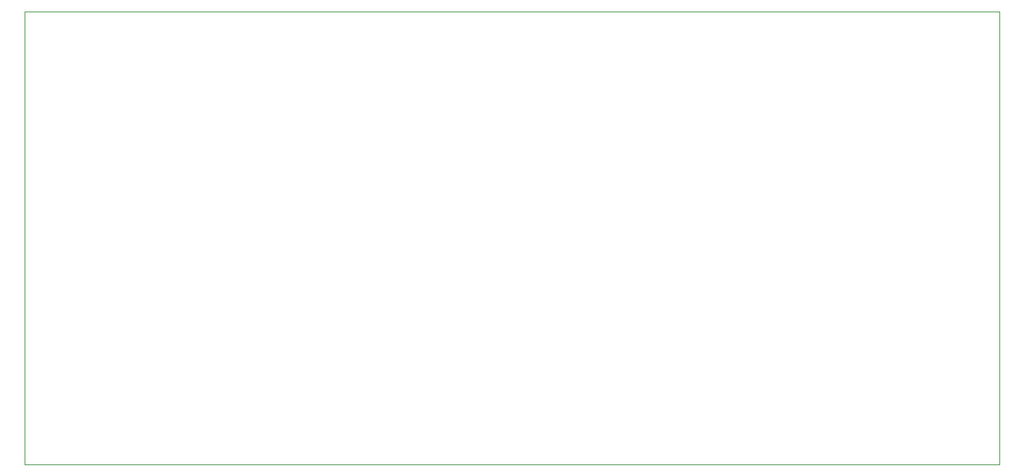
<source format=gbr>
G04 #@! TF.GenerationSoftware,KiCad,Pcbnew,5.1.0-060a0da~80~ubuntu16.04.1*
G04 #@! TF.CreationDate,2019-04-09T13:09:05+02:00*
G04 #@! TF.ProjectId,74HC595 Breakout,37344843-3539-4352-9042-7265616b6f75,rev?*
G04 #@! TF.SameCoordinates,Original*
G04 #@! TF.FileFunction,Profile,NP*
%FSLAX46Y46*%
G04 Gerber Fmt 4.6, Leading zero omitted, Abs format (unit mm)*
G04 Created by KiCad (PCBNEW 5.1.0-060a0da~80~ubuntu16.04.1) date 2019-04-09 13:09:05*
%MOMM*%
%LPD*%
G04 APERTURE LIST*
%ADD10C,0.100000*%
G04 APERTURE END LIST*
D10*
X76200000Y-59690000D02*
X76200000Y-112690000D01*
X190200000Y-59690000D02*
X76200000Y-59690000D01*
X190200000Y-112690000D02*
X190200000Y-59690000D01*
X76200000Y-112690000D02*
X190200000Y-112690000D01*
M02*

</source>
